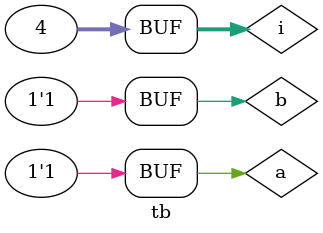
<source format=v>
module combo(input a,b, output z);
	assign z=a&b;
endmodule

module tb;
  reg a,b;
  wire z;
  integer i;

  combo u0 (.a(a),.b(b),.z(z));

  initial begin
    a <= 0;
    b <= 0;

    $monitor ("a=%0b b=%0b z=%0b",a,b,z);
	//a,b will get 4 different combinations, 00, 01, 10, 11 
    for (i = 0; i < 4; i = i + 1) begin
      {a,b} = i;
      #10;
    end
  end
endmodule

</source>
